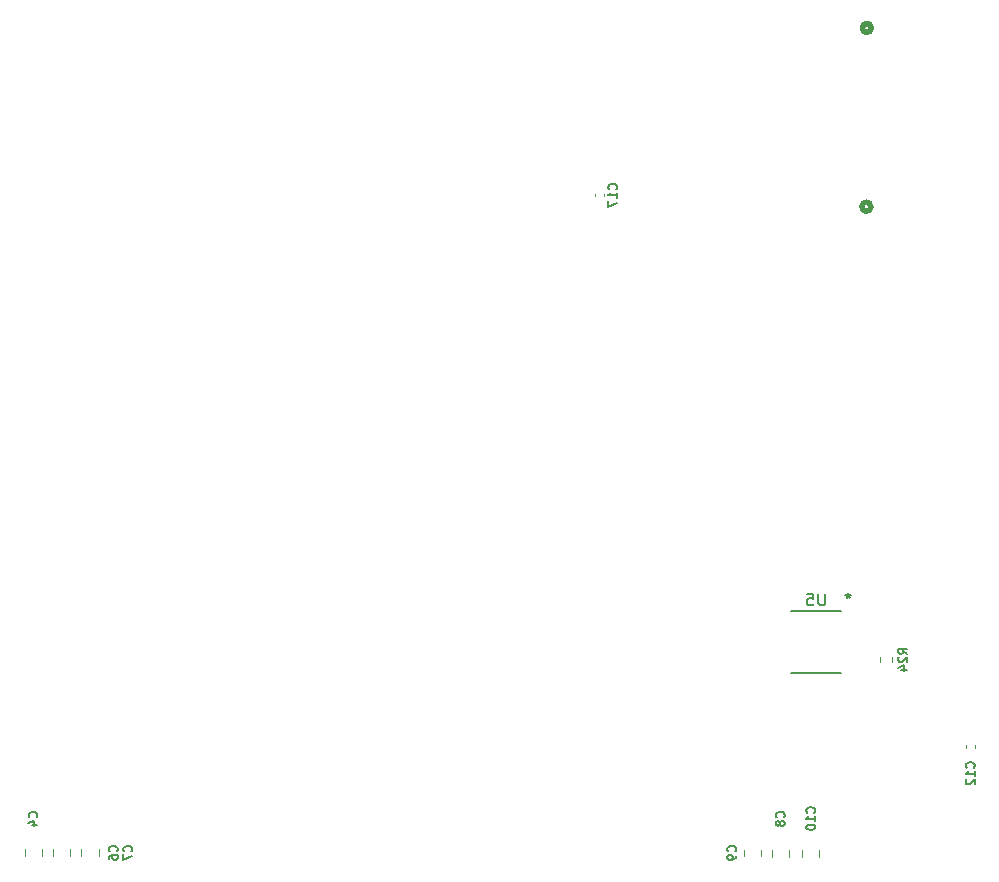
<source format=gbr>
%TF.GenerationSoftware,KiCad,Pcbnew,8.0.6*%
%TF.CreationDate,2025-06-02T13:03:20-04:00*%
%TF.ProjectId,CAEN_NEVIS_DAQ_3p3V,4341454e-5f4e-4455-9649-535f4441515f,rev?*%
%TF.SameCoordinates,Original*%
%TF.FileFunction,Legend,Bot*%
%TF.FilePolarity,Positive*%
%FSLAX46Y46*%
G04 Gerber Fmt 4.6, Leading zero omitted, Abs format (unit mm)*
G04 Created by KiCad (PCBNEW 8.0.6) date 2025-06-02 13:03:20*
%MOMM*%
%LPD*%
G01*
G04 APERTURE LIST*
%ADD10C,0.150000*%
%ADD11C,0.152400*%
%ADD12C,0.120000*%
%ADD13C,0.508000*%
G04 APERTURE END LIST*
D10*
X198721904Y-78114819D02*
X198721904Y-78924342D01*
X198721904Y-78924342D02*
X198674285Y-79019580D01*
X198674285Y-79019580D02*
X198626666Y-79067200D01*
X198626666Y-79067200D02*
X198531428Y-79114819D01*
X198531428Y-79114819D02*
X198340952Y-79114819D01*
X198340952Y-79114819D02*
X198245714Y-79067200D01*
X198245714Y-79067200D02*
X198198095Y-79019580D01*
X198198095Y-79019580D02*
X198150476Y-78924342D01*
X198150476Y-78924342D02*
X198150476Y-78114819D01*
X197198095Y-78114819D02*
X197674285Y-78114819D01*
X197674285Y-78114819D02*
X197721904Y-78591009D01*
X197721904Y-78591009D02*
X197674285Y-78543390D01*
X197674285Y-78543390D02*
X197579047Y-78495771D01*
X197579047Y-78495771D02*
X197340952Y-78495771D01*
X197340952Y-78495771D02*
X197245714Y-78543390D01*
X197245714Y-78543390D02*
X197198095Y-78591009D01*
X197198095Y-78591009D02*
X197150476Y-78686247D01*
X197150476Y-78686247D02*
X197150476Y-78924342D01*
X197150476Y-78924342D02*
X197198095Y-79019580D01*
X197198095Y-79019580D02*
X197245714Y-79067200D01*
X197245714Y-79067200D02*
X197340952Y-79114819D01*
X197340952Y-79114819D02*
X197579047Y-79114819D01*
X197579047Y-79114819D02*
X197674285Y-79067200D01*
X197674285Y-79067200D02*
X197721904Y-79019580D01*
X200677799Y-78068019D02*
X200677799Y-78306114D01*
X200915894Y-78210876D02*
X200677799Y-78306114D01*
X200677799Y-78306114D02*
X200439704Y-78210876D01*
X200820656Y-78496590D02*
X200677799Y-78306114D01*
X200677799Y-78306114D02*
X200534942Y-78496590D01*
X200677799Y-78068019D02*
X200677799Y-78306114D01*
X200915894Y-78210876D02*
X200677799Y-78306114D01*
X200677799Y-78306114D02*
X200439704Y-78210876D01*
X200820656Y-78496590D02*
X200677799Y-78306114D01*
X200677799Y-78306114D02*
X200534942Y-78496590D01*
X205664164Y-83192856D02*
X205307021Y-82942856D01*
X205664164Y-82764285D02*
X204914164Y-82764285D01*
X204914164Y-82764285D02*
X204914164Y-83049999D01*
X204914164Y-83049999D02*
X204949878Y-83121428D01*
X204949878Y-83121428D02*
X204985592Y-83157142D01*
X204985592Y-83157142D02*
X205057021Y-83192856D01*
X205057021Y-83192856D02*
X205164164Y-83192856D01*
X205164164Y-83192856D02*
X205235592Y-83157142D01*
X205235592Y-83157142D02*
X205271307Y-83121428D01*
X205271307Y-83121428D02*
X205307021Y-83049999D01*
X205307021Y-83049999D02*
X205307021Y-82764285D01*
X204985592Y-83478571D02*
X204949878Y-83514285D01*
X204949878Y-83514285D02*
X204914164Y-83585714D01*
X204914164Y-83585714D02*
X204914164Y-83764285D01*
X204914164Y-83764285D02*
X204949878Y-83835714D01*
X204949878Y-83835714D02*
X204985592Y-83871428D01*
X204985592Y-83871428D02*
X205057021Y-83907142D01*
X205057021Y-83907142D02*
X205128450Y-83907142D01*
X205128450Y-83907142D02*
X205235592Y-83871428D01*
X205235592Y-83871428D02*
X205664164Y-83442856D01*
X205664164Y-83442856D02*
X205664164Y-83907142D01*
X205164164Y-84550000D02*
X205664164Y-84550000D01*
X204878450Y-84371428D02*
X205414164Y-84192857D01*
X205414164Y-84192857D02*
X205414164Y-84657142D01*
X181027735Y-43887856D02*
X181063450Y-43852142D01*
X181063450Y-43852142D02*
X181099164Y-43744999D01*
X181099164Y-43744999D02*
X181099164Y-43673571D01*
X181099164Y-43673571D02*
X181063450Y-43566428D01*
X181063450Y-43566428D02*
X180992021Y-43494999D01*
X180992021Y-43494999D02*
X180920592Y-43459285D01*
X180920592Y-43459285D02*
X180777735Y-43423571D01*
X180777735Y-43423571D02*
X180670592Y-43423571D01*
X180670592Y-43423571D02*
X180527735Y-43459285D01*
X180527735Y-43459285D02*
X180456307Y-43494999D01*
X180456307Y-43494999D02*
X180384878Y-43566428D01*
X180384878Y-43566428D02*
X180349164Y-43673571D01*
X180349164Y-43673571D02*
X180349164Y-43744999D01*
X180349164Y-43744999D02*
X180384878Y-43852142D01*
X180384878Y-43852142D02*
X180420592Y-43887856D01*
X181099164Y-44602142D02*
X181099164Y-44173571D01*
X181099164Y-44387856D02*
X180349164Y-44387856D01*
X180349164Y-44387856D02*
X180456307Y-44316428D01*
X180456307Y-44316428D02*
X180527735Y-44244999D01*
X180527735Y-44244999D02*
X180563450Y-44173571D01*
X180349164Y-44852142D02*
X180349164Y-45352142D01*
X180349164Y-45352142D02*
X181099164Y-45030714D01*
X211320235Y-92845356D02*
X211355950Y-92809642D01*
X211355950Y-92809642D02*
X211391664Y-92702499D01*
X211391664Y-92702499D02*
X211391664Y-92631071D01*
X211391664Y-92631071D02*
X211355950Y-92523928D01*
X211355950Y-92523928D02*
X211284521Y-92452499D01*
X211284521Y-92452499D02*
X211213092Y-92416785D01*
X211213092Y-92416785D02*
X211070235Y-92381071D01*
X211070235Y-92381071D02*
X210963092Y-92381071D01*
X210963092Y-92381071D02*
X210820235Y-92416785D01*
X210820235Y-92416785D02*
X210748807Y-92452499D01*
X210748807Y-92452499D02*
X210677378Y-92523928D01*
X210677378Y-92523928D02*
X210641664Y-92631071D01*
X210641664Y-92631071D02*
X210641664Y-92702499D01*
X210641664Y-92702499D02*
X210677378Y-92809642D01*
X210677378Y-92809642D02*
X210713092Y-92845356D01*
X211391664Y-93559642D02*
X211391664Y-93131071D01*
X211391664Y-93345356D02*
X210641664Y-93345356D01*
X210641664Y-93345356D02*
X210748807Y-93273928D01*
X210748807Y-93273928D02*
X210820235Y-93202499D01*
X210820235Y-93202499D02*
X210855950Y-93131071D01*
X210713092Y-93845357D02*
X210677378Y-93881071D01*
X210677378Y-93881071D02*
X210641664Y-93952500D01*
X210641664Y-93952500D02*
X210641664Y-94131071D01*
X210641664Y-94131071D02*
X210677378Y-94202500D01*
X210677378Y-94202500D02*
X210713092Y-94238214D01*
X210713092Y-94238214D02*
X210784521Y-94273928D01*
X210784521Y-94273928D02*
X210855950Y-94273928D01*
X210855950Y-94273928D02*
X210963092Y-94238214D01*
X210963092Y-94238214D02*
X211391664Y-93809642D01*
X211391664Y-93809642D02*
X211391664Y-94273928D01*
X197792735Y-96672856D02*
X197828450Y-96637142D01*
X197828450Y-96637142D02*
X197864164Y-96529999D01*
X197864164Y-96529999D02*
X197864164Y-96458571D01*
X197864164Y-96458571D02*
X197828450Y-96351428D01*
X197828450Y-96351428D02*
X197757021Y-96279999D01*
X197757021Y-96279999D02*
X197685592Y-96244285D01*
X197685592Y-96244285D02*
X197542735Y-96208571D01*
X197542735Y-96208571D02*
X197435592Y-96208571D01*
X197435592Y-96208571D02*
X197292735Y-96244285D01*
X197292735Y-96244285D02*
X197221307Y-96279999D01*
X197221307Y-96279999D02*
X197149878Y-96351428D01*
X197149878Y-96351428D02*
X197114164Y-96458571D01*
X197114164Y-96458571D02*
X197114164Y-96529999D01*
X197114164Y-96529999D02*
X197149878Y-96637142D01*
X197149878Y-96637142D02*
X197185592Y-96672856D01*
X197864164Y-97387142D02*
X197864164Y-96958571D01*
X197864164Y-97172856D02*
X197114164Y-97172856D01*
X197114164Y-97172856D02*
X197221307Y-97101428D01*
X197221307Y-97101428D02*
X197292735Y-97029999D01*
X197292735Y-97029999D02*
X197328450Y-96958571D01*
X197114164Y-97851428D02*
X197114164Y-97922857D01*
X197114164Y-97922857D02*
X197149878Y-97994285D01*
X197149878Y-97994285D02*
X197185592Y-98030000D01*
X197185592Y-98030000D02*
X197257021Y-98065714D01*
X197257021Y-98065714D02*
X197399878Y-98101428D01*
X197399878Y-98101428D02*
X197578450Y-98101428D01*
X197578450Y-98101428D02*
X197721307Y-98065714D01*
X197721307Y-98065714D02*
X197792735Y-98030000D01*
X197792735Y-98030000D02*
X197828450Y-97994285D01*
X197828450Y-97994285D02*
X197864164Y-97922857D01*
X197864164Y-97922857D02*
X197864164Y-97851428D01*
X197864164Y-97851428D02*
X197828450Y-97780000D01*
X197828450Y-97780000D02*
X197792735Y-97744285D01*
X197792735Y-97744285D02*
X197721307Y-97708571D01*
X197721307Y-97708571D02*
X197578450Y-97672857D01*
X197578450Y-97672857D02*
X197399878Y-97672857D01*
X197399878Y-97672857D02*
X197257021Y-97708571D01*
X197257021Y-97708571D02*
X197185592Y-97744285D01*
X197185592Y-97744285D02*
X197149878Y-97780000D01*
X197149878Y-97780000D02*
X197114164Y-97851428D01*
X191122735Y-99929999D02*
X191158450Y-99894285D01*
X191158450Y-99894285D02*
X191194164Y-99787142D01*
X191194164Y-99787142D02*
X191194164Y-99715714D01*
X191194164Y-99715714D02*
X191158450Y-99608571D01*
X191158450Y-99608571D02*
X191087021Y-99537142D01*
X191087021Y-99537142D02*
X191015592Y-99501428D01*
X191015592Y-99501428D02*
X190872735Y-99465714D01*
X190872735Y-99465714D02*
X190765592Y-99465714D01*
X190765592Y-99465714D02*
X190622735Y-99501428D01*
X190622735Y-99501428D02*
X190551307Y-99537142D01*
X190551307Y-99537142D02*
X190479878Y-99608571D01*
X190479878Y-99608571D02*
X190444164Y-99715714D01*
X190444164Y-99715714D02*
X190444164Y-99787142D01*
X190444164Y-99787142D02*
X190479878Y-99894285D01*
X190479878Y-99894285D02*
X190515592Y-99929999D01*
X191194164Y-100287142D02*
X191194164Y-100429999D01*
X191194164Y-100429999D02*
X191158450Y-100501428D01*
X191158450Y-100501428D02*
X191122735Y-100537142D01*
X191122735Y-100537142D02*
X191015592Y-100608571D01*
X191015592Y-100608571D02*
X190872735Y-100644285D01*
X190872735Y-100644285D02*
X190587021Y-100644285D01*
X190587021Y-100644285D02*
X190515592Y-100608571D01*
X190515592Y-100608571D02*
X190479878Y-100572857D01*
X190479878Y-100572857D02*
X190444164Y-100501428D01*
X190444164Y-100501428D02*
X190444164Y-100358571D01*
X190444164Y-100358571D02*
X190479878Y-100287142D01*
X190479878Y-100287142D02*
X190515592Y-100251428D01*
X190515592Y-100251428D02*
X190587021Y-100215714D01*
X190587021Y-100215714D02*
X190765592Y-100215714D01*
X190765592Y-100215714D02*
X190837021Y-100251428D01*
X190837021Y-100251428D02*
X190872735Y-100287142D01*
X190872735Y-100287142D02*
X190908450Y-100358571D01*
X190908450Y-100358571D02*
X190908450Y-100501428D01*
X190908450Y-100501428D02*
X190872735Y-100572857D01*
X190872735Y-100572857D02*
X190837021Y-100608571D01*
X190837021Y-100608571D02*
X190765592Y-100644285D01*
X195232735Y-97059999D02*
X195268450Y-97024285D01*
X195268450Y-97024285D02*
X195304164Y-96917142D01*
X195304164Y-96917142D02*
X195304164Y-96845714D01*
X195304164Y-96845714D02*
X195268450Y-96738571D01*
X195268450Y-96738571D02*
X195197021Y-96667142D01*
X195197021Y-96667142D02*
X195125592Y-96631428D01*
X195125592Y-96631428D02*
X194982735Y-96595714D01*
X194982735Y-96595714D02*
X194875592Y-96595714D01*
X194875592Y-96595714D02*
X194732735Y-96631428D01*
X194732735Y-96631428D02*
X194661307Y-96667142D01*
X194661307Y-96667142D02*
X194589878Y-96738571D01*
X194589878Y-96738571D02*
X194554164Y-96845714D01*
X194554164Y-96845714D02*
X194554164Y-96917142D01*
X194554164Y-96917142D02*
X194589878Y-97024285D01*
X194589878Y-97024285D02*
X194625592Y-97059999D01*
X194875592Y-97488571D02*
X194839878Y-97417142D01*
X194839878Y-97417142D02*
X194804164Y-97381428D01*
X194804164Y-97381428D02*
X194732735Y-97345714D01*
X194732735Y-97345714D02*
X194697021Y-97345714D01*
X194697021Y-97345714D02*
X194625592Y-97381428D01*
X194625592Y-97381428D02*
X194589878Y-97417142D01*
X194589878Y-97417142D02*
X194554164Y-97488571D01*
X194554164Y-97488571D02*
X194554164Y-97631428D01*
X194554164Y-97631428D02*
X194589878Y-97702857D01*
X194589878Y-97702857D02*
X194625592Y-97738571D01*
X194625592Y-97738571D02*
X194697021Y-97774285D01*
X194697021Y-97774285D02*
X194732735Y-97774285D01*
X194732735Y-97774285D02*
X194804164Y-97738571D01*
X194804164Y-97738571D02*
X194839878Y-97702857D01*
X194839878Y-97702857D02*
X194875592Y-97631428D01*
X194875592Y-97631428D02*
X194875592Y-97488571D01*
X194875592Y-97488571D02*
X194911307Y-97417142D01*
X194911307Y-97417142D02*
X194947021Y-97381428D01*
X194947021Y-97381428D02*
X195018450Y-97345714D01*
X195018450Y-97345714D02*
X195161307Y-97345714D01*
X195161307Y-97345714D02*
X195232735Y-97381428D01*
X195232735Y-97381428D02*
X195268450Y-97417142D01*
X195268450Y-97417142D02*
X195304164Y-97488571D01*
X195304164Y-97488571D02*
X195304164Y-97631428D01*
X195304164Y-97631428D02*
X195268450Y-97702857D01*
X195268450Y-97702857D02*
X195232735Y-97738571D01*
X195232735Y-97738571D02*
X195161307Y-97774285D01*
X195161307Y-97774285D02*
X195018450Y-97774285D01*
X195018450Y-97774285D02*
X194947021Y-97738571D01*
X194947021Y-97738571D02*
X194911307Y-97702857D01*
X194911307Y-97702857D02*
X194875592Y-97631428D01*
X139987735Y-99924999D02*
X140023450Y-99889285D01*
X140023450Y-99889285D02*
X140059164Y-99782142D01*
X140059164Y-99782142D02*
X140059164Y-99710714D01*
X140059164Y-99710714D02*
X140023450Y-99603571D01*
X140023450Y-99603571D02*
X139952021Y-99532142D01*
X139952021Y-99532142D02*
X139880592Y-99496428D01*
X139880592Y-99496428D02*
X139737735Y-99460714D01*
X139737735Y-99460714D02*
X139630592Y-99460714D01*
X139630592Y-99460714D02*
X139487735Y-99496428D01*
X139487735Y-99496428D02*
X139416307Y-99532142D01*
X139416307Y-99532142D02*
X139344878Y-99603571D01*
X139344878Y-99603571D02*
X139309164Y-99710714D01*
X139309164Y-99710714D02*
X139309164Y-99782142D01*
X139309164Y-99782142D02*
X139344878Y-99889285D01*
X139344878Y-99889285D02*
X139380592Y-99924999D01*
X139309164Y-100174999D02*
X139309164Y-100674999D01*
X139309164Y-100674999D02*
X140059164Y-100353571D01*
X138757735Y-99924999D02*
X138793450Y-99889285D01*
X138793450Y-99889285D02*
X138829164Y-99782142D01*
X138829164Y-99782142D02*
X138829164Y-99710714D01*
X138829164Y-99710714D02*
X138793450Y-99603571D01*
X138793450Y-99603571D02*
X138722021Y-99532142D01*
X138722021Y-99532142D02*
X138650592Y-99496428D01*
X138650592Y-99496428D02*
X138507735Y-99460714D01*
X138507735Y-99460714D02*
X138400592Y-99460714D01*
X138400592Y-99460714D02*
X138257735Y-99496428D01*
X138257735Y-99496428D02*
X138186307Y-99532142D01*
X138186307Y-99532142D02*
X138114878Y-99603571D01*
X138114878Y-99603571D02*
X138079164Y-99710714D01*
X138079164Y-99710714D02*
X138079164Y-99782142D01*
X138079164Y-99782142D02*
X138114878Y-99889285D01*
X138114878Y-99889285D02*
X138150592Y-99924999D01*
X138079164Y-100567857D02*
X138079164Y-100424999D01*
X138079164Y-100424999D02*
X138114878Y-100353571D01*
X138114878Y-100353571D02*
X138150592Y-100317857D01*
X138150592Y-100317857D02*
X138257735Y-100246428D01*
X138257735Y-100246428D02*
X138400592Y-100210714D01*
X138400592Y-100210714D02*
X138686307Y-100210714D01*
X138686307Y-100210714D02*
X138757735Y-100246428D01*
X138757735Y-100246428D02*
X138793450Y-100282142D01*
X138793450Y-100282142D02*
X138829164Y-100353571D01*
X138829164Y-100353571D02*
X138829164Y-100496428D01*
X138829164Y-100496428D02*
X138793450Y-100567857D01*
X138793450Y-100567857D02*
X138757735Y-100603571D01*
X138757735Y-100603571D02*
X138686307Y-100639285D01*
X138686307Y-100639285D02*
X138507735Y-100639285D01*
X138507735Y-100639285D02*
X138436307Y-100603571D01*
X138436307Y-100603571D02*
X138400592Y-100567857D01*
X138400592Y-100567857D02*
X138364878Y-100496428D01*
X138364878Y-100496428D02*
X138364878Y-100353571D01*
X138364878Y-100353571D02*
X138400592Y-100282142D01*
X138400592Y-100282142D02*
X138436307Y-100246428D01*
X138436307Y-100246428D02*
X138507735Y-100210714D01*
X131957735Y-97049999D02*
X131993450Y-97014285D01*
X131993450Y-97014285D02*
X132029164Y-96907142D01*
X132029164Y-96907142D02*
X132029164Y-96835714D01*
X132029164Y-96835714D02*
X131993450Y-96728571D01*
X131993450Y-96728571D02*
X131922021Y-96657142D01*
X131922021Y-96657142D02*
X131850592Y-96621428D01*
X131850592Y-96621428D02*
X131707735Y-96585714D01*
X131707735Y-96585714D02*
X131600592Y-96585714D01*
X131600592Y-96585714D02*
X131457735Y-96621428D01*
X131457735Y-96621428D02*
X131386307Y-96657142D01*
X131386307Y-96657142D02*
X131314878Y-96728571D01*
X131314878Y-96728571D02*
X131279164Y-96835714D01*
X131279164Y-96835714D02*
X131279164Y-96907142D01*
X131279164Y-96907142D02*
X131314878Y-97014285D01*
X131314878Y-97014285D02*
X131350592Y-97049999D01*
X131529164Y-97692857D02*
X132029164Y-97692857D01*
X131243450Y-97514285D02*
X131779164Y-97335714D01*
X131779164Y-97335714D02*
X131779164Y-97799999D01*
D11*
%TO.C,U5*%
X195839100Y-84848900D02*
X200080900Y-84848900D01*
X200080900Y-79591100D02*
X195839100Y-79591100D01*
D12*
%TO.C,R24*%
X204417500Y-83437742D02*
X204417500Y-83912258D01*
X203372500Y-83437742D02*
X203372500Y-83912258D01*
D13*
%TO.C,P2*%
X202591000Y-45354400D02*
G75*
G02*
X201829000Y-45354400I-381000J0D01*
G01*
X201829000Y-45354400D02*
G75*
G02*
X202591000Y-45354400I381000J0D01*
G01*
%TO.C,P1*%
X202631000Y-30224400D02*
G75*
G02*
X201869000Y-30224400I-381000J0D01*
G01*
X201869000Y-30224400D02*
G75*
G02*
X202631000Y-30224400I381000J0D01*
G01*
D12*
%TO.C,C17*%
X179960000Y-44262164D02*
X179960000Y-44477836D01*
X179240000Y-44262164D02*
X179240000Y-44477836D01*
%TO.C,C12*%
X210672500Y-91145336D02*
X210672500Y-90929664D01*
X211392500Y-91145336D02*
X211392500Y-90929664D01*
%TO.C,C10*%
X198230000Y-99853748D02*
X198230000Y-100376252D01*
X196760000Y-99853748D02*
X196760000Y-100376252D01*
%TO.C,C9*%
X193280000Y-99793748D02*
X193280000Y-100316252D01*
X191810000Y-99793748D02*
X191810000Y-100316252D01*
%TO.C,C8*%
X195700000Y-99853748D02*
X195700000Y-100376252D01*
X194230000Y-99853748D02*
X194230000Y-100376252D01*
%TO.C,C7*%
X137215000Y-99773748D02*
X137215000Y-100296252D01*
X135745000Y-99773748D02*
X135745000Y-100296252D01*
%TO.C,C6*%
X134815000Y-99763748D02*
X134815000Y-100286252D01*
X133345000Y-99763748D02*
X133345000Y-100286252D01*
%TO.C,C4*%
X132405000Y-99763748D02*
X132405000Y-100286252D01*
X130935000Y-99763748D02*
X130935000Y-100286252D01*
%TD*%
M02*

</source>
